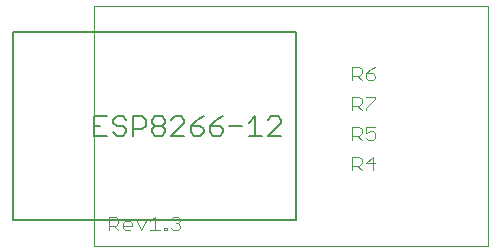
<source format=gto>
G75*
%MOIN*%
%OFA0B0*%
%FSLAX25Y25*%
%IPPOS*%
%LPD*%
%AMOC8*
5,1,8,0,0,1.08239X$1,22.5*
%
%ADD10C,0.00000*%
%ADD11C,0.00400*%
%ADD12C,0.00500*%
%ADD13C,0.00600*%
D10*
X0036368Y0001000D02*
X0036368Y0080961D01*
X0167569Y0080961D01*
X0167569Y0001000D01*
X0036368Y0001000D01*
D11*
X0041246Y0006200D02*
X0041246Y0010804D01*
X0043548Y0010804D01*
X0044316Y0010037D01*
X0044316Y0008502D01*
X0043548Y0007735D01*
X0041246Y0007735D01*
X0042781Y0007735D02*
X0044316Y0006200D01*
X0045850Y0006967D02*
X0045850Y0008502D01*
X0046618Y0009269D01*
X0048152Y0009269D01*
X0048920Y0008502D01*
X0048920Y0007735D01*
X0045850Y0007735D01*
X0045850Y0006967D02*
X0046618Y0006200D01*
X0048152Y0006200D01*
X0050454Y0009269D02*
X0051989Y0006200D01*
X0053524Y0009269D01*
X0055058Y0009269D02*
X0056593Y0010804D01*
X0056593Y0006200D01*
X0055058Y0006200D02*
X0058128Y0006200D01*
X0059662Y0006200D02*
X0059662Y0006967D01*
X0060429Y0006967D01*
X0060429Y0006200D01*
X0059662Y0006200D01*
X0061964Y0006967D02*
X0062731Y0006200D01*
X0064266Y0006200D01*
X0065033Y0006967D01*
X0065033Y0007735D01*
X0064266Y0008502D01*
X0063499Y0008502D01*
X0064266Y0008502D02*
X0065033Y0009269D01*
X0065033Y0010037D01*
X0064266Y0010804D01*
X0062731Y0010804D01*
X0061964Y0010037D01*
X0122360Y0026200D02*
X0122360Y0030804D01*
X0124662Y0030804D01*
X0125430Y0030037D01*
X0125430Y0028502D01*
X0124662Y0027735D01*
X0122360Y0027735D01*
X0123895Y0027735D02*
X0125430Y0026200D01*
X0129266Y0026200D02*
X0129266Y0030804D01*
X0126964Y0028502D01*
X0130033Y0028502D01*
X0129266Y0036200D02*
X0127731Y0036200D01*
X0126964Y0036967D01*
X0126964Y0038502D02*
X0128499Y0039269D01*
X0129266Y0039269D01*
X0130033Y0038502D01*
X0130033Y0036967D01*
X0129266Y0036200D01*
X0126964Y0038502D02*
X0126964Y0040804D01*
X0130033Y0040804D01*
X0125430Y0040037D02*
X0125430Y0038502D01*
X0124662Y0037735D01*
X0122360Y0037735D01*
X0123895Y0037735D02*
X0125430Y0036200D01*
X0122360Y0036200D02*
X0122360Y0040804D01*
X0124662Y0040804D01*
X0125430Y0040037D01*
X0125430Y0046200D02*
X0123895Y0047735D01*
X0124662Y0047735D02*
X0122360Y0047735D01*
X0124662Y0047735D02*
X0125430Y0048502D01*
X0125430Y0050037D01*
X0124662Y0050804D01*
X0122360Y0050804D01*
X0122360Y0046200D01*
X0126964Y0046200D02*
X0126964Y0046967D01*
X0130033Y0050037D01*
X0130033Y0050804D01*
X0126964Y0050804D01*
X0127731Y0056200D02*
X0129266Y0056200D01*
X0130033Y0056967D01*
X0130033Y0057735D01*
X0129266Y0058502D01*
X0126964Y0058502D01*
X0126964Y0056967D01*
X0127731Y0056200D01*
X0125430Y0056200D02*
X0123895Y0057735D01*
X0124662Y0057735D02*
X0122360Y0057735D01*
X0124662Y0057735D02*
X0125430Y0058502D01*
X0125430Y0060037D01*
X0124662Y0060804D01*
X0122360Y0060804D01*
X0122360Y0056200D01*
X0126964Y0058502D02*
X0128499Y0060037D01*
X0130033Y0060804D01*
D12*
X0009124Y0072496D02*
X0009124Y0009504D01*
X0103612Y0009504D01*
X0103612Y0072496D01*
X0009124Y0072496D01*
D13*
X0036252Y0044205D02*
X0036252Y0037800D01*
X0040522Y0037800D01*
X0042697Y0038868D02*
X0043765Y0037800D01*
X0045900Y0037800D01*
X0046967Y0038868D01*
X0046967Y0039935D01*
X0045900Y0041003D01*
X0043765Y0041003D01*
X0042697Y0042070D01*
X0042697Y0043138D01*
X0043765Y0044205D01*
X0045900Y0044205D01*
X0046967Y0043138D01*
X0049143Y0044205D02*
X0052345Y0044205D01*
X0053413Y0043138D01*
X0053413Y0041003D01*
X0052345Y0039935D01*
X0049143Y0039935D01*
X0049143Y0037800D02*
X0049143Y0044205D01*
X0055588Y0043138D02*
X0055588Y0042070D01*
X0056656Y0041003D01*
X0058791Y0041003D01*
X0059858Y0039935D01*
X0059858Y0038868D01*
X0058791Y0037800D01*
X0056656Y0037800D01*
X0055588Y0038868D01*
X0055588Y0039935D01*
X0056656Y0041003D01*
X0058791Y0041003D02*
X0059858Y0042070D01*
X0059858Y0043138D01*
X0058791Y0044205D01*
X0056656Y0044205D01*
X0055588Y0043138D01*
X0062034Y0043138D02*
X0063101Y0044205D01*
X0065236Y0044205D01*
X0066304Y0043138D01*
X0066304Y0042070D01*
X0062034Y0037800D01*
X0066304Y0037800D01*
X0068479Y0038868D02*
X0069547Y0037800D01*
X0071682Y0037800D01*
X0072749Y0038868D01*
X0072749Y0039935D01*
X0071682Y0041003D01*
X0068479Y0041003D01*
X0068479Y0038868D01*
X0068479Y0041003D02*
X0070614Y0043138D01*
X0072749Y0044205D01*
X0074925Y0041003D02*
X0077060Y0043138D01*
X0079195Y0044205D01*
X0078127Y0041003D02*
X0074925Y0041003D01*
X0074925Y0038868D01*
X0075992Y0037800D01*
X0078127Y0037800D01*
X0079195Y0038868D01*
X0079195Y0039935D01*
X0078127Y0041003D01*
X0081370Y0041003D02*
X0085640Y0041003D01*
X0087816Y0042070D02*
X0089951Y0044205D01*
X0089951Y0037800D01*
X0087816Y0037800D02*
X0092086Y0037800D01*
X0094261Y0037800D02*
X0098531Y0042070D01*
X0098531Y0043138D01*
X0097464Y0044205D01*
X0095329Y0044205D01*
X0094261Y0043138D01*
X0094261Y0037800D02*
X0098531Y0037800D01*
X0040522Y0044205D02*
X0036252Y0044205D01*
X0036252Y0041003D02*
X0038387Y0041003D01*
M02*

</source>
